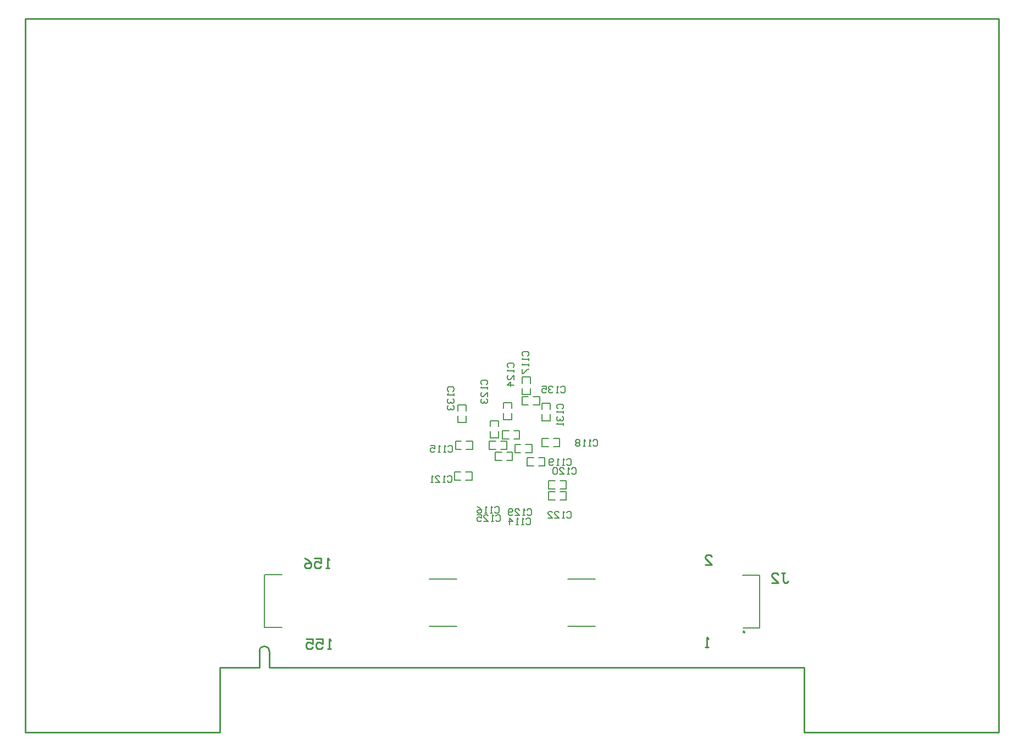
<source format=gbo>
%FSLAX23Y23*%
%MOIN*%
G70*
G01*
G75*
G04 Layer_Color=7709086*
%ADD10C,0.040*%
%ADD11R,0.037X0.035*%
%ADD12R,0.037X0.035*%
%ADD13R,0.075X0.020*%
%ADD14R,0.020X0.075*%
%ADD15R,0.330X0.370*%
%ADD16R,0.040X0.160*%
%ADD17R,0.090X0.012*%
%ADD18R,0.012X0.090*%
%ADD19R,0.031X0.060*%
%ADD20R,0.014X0.060*%
%ADD21R,0.030X0.100*%
%ADD22O,0.080X0.024*%
%ADD23O,0.024X0.080*%
%ADD24R,0.070X0.078*%
%ADD25R,0.063X0.063*%
%ADD26R,0.035X0.037*%
%ADD27R,0.035X0.037*%
%ADD28R,0.015X0.100*%
%ADD29O,0.015X0.100*%
%ADD30R,0.098X0.051*%
%ADD31R,0.100X0.052*%
%ADD32R,0.128X0.128*%
%ADD33R,0.020X0.012*%
%ADD34R,0.012X0.020*%
%ADD35R,0.030X0.030*%
%ADD36R,0.085X0.071*%
%ADD37R,0.071X0.085*%
%ADD38R,0.030X0.030*%
%ADD39R,0.125X0.060*%
%ADD40R,0.030X0.037*%
%ADD41R,0.060X0.050*%
%ADD42R,0.037X0.030*%
%ADD43R,0.050X0.060*%
%ADD44R,0.100X0.095*%
%ADD45R,0.060X0.060*%
%ADD46R,0.060X0.125*%
%ADD47R,0.028X0.017*%
%ADD48R,0.095X0.100*%
%ADD49R,0.063X0.063*%
%ADD50R,0.060X0.060*%
%ADD51O,0.071X0.012*%
%ADD52O,0.012X0.071*%
%ADD53R,0.100X0.280*%
%ADD54R,0.045X0.014*%
%ADD55R,0.057X0.022*%
%ADD56R,0.057X0.022*%
%ADD57R,0.022X0.057*%
%ADD58R,0.022X0.057*%
%ADD59C,0.019*%
%ADD60R,1.170X0.780*%
%ADD61C,0.020*%
%ADD62C,0.008*%
%ADD63C,0.006*%
%ADD64C,0.010*%
%ADD65C,0.015*%
%ADD66C,0.010*%
%ADD67C,0.050*%
%ADD68C,0.062*%
%ADD69R,0.062X0.062*%
%ADD70C,0.128*%
%ADD71C,0.236*%
%ADD72C,0.020*%
%ADD73C,0.025*%
%ADD74C,0.040*%
G04:AMPARAMS|DCode=75|XSize=85mil|YSize=85mil|CornerRadius=0mil|HoleSize=0mil|Usage=FLASHONLY|Rotation=0.000|XOffset=0mil|YOffset=0mil|HoleType=Round|Shape=Relief|Width=10mil|Gap=10mil|Entries=4|*
%AMTHD75*
7,0,0,0.085,0.065,0.010,45*
%
%ADD75THD75*%
%ADD76C,0.082*%
%ADD77C,0.132*%
G04:AMPARAMS|DCode=78|XSize=102mil|YSize=102mil|CornerRadius=0mil|HoleSize=0mil|Usage=FLASHONLY|Rotation=0.000|XOffset=0mil|YOffset=0mil|HoleType=Round|Shape=Relief|Width=10mil|Gap=10mil|Entries=4|*
%AMTHD78*
7,0,0,0.102,0.082,0.010,45*
%
%ADD78THD78*%
%ADD79C,0.065*%
G04:AMPARAMS|DCode=80|XSize=178mil|YSize=178mil|CornerRadius=0mil|HoleSize=0mil|Usage=FLASHONLY|Rotation=0.000|XOffset=0mil|YOffset=0mil|HoleType=Round|Shape=Relief|Width=10mil|Gap=10mil|Entries=4|*
%AMTHD80*
7,0,0,0.178,0.158,0.010,45*
%
%ADD80THD80*%
G04:AMPARAMS|DCode=81|XSize=96mil|YSize=96mil|CornerRadius=0mil|HoleSize=0mil|Usage=FLASHONLY|Rotation=0.000|XOffset=0mil|YOffset=0mil|HoleType=Round|Shape=Relief|Width=10mil|Gap=10mil|Entries=4|*
%AMTHD81*
7,0,0,0.096,0.076,0.010,45*
%
%ADD81THD81*%
%ADD82C,0.030*%
%ADD83C,0.035*%
%ADD84C,0.158*%
%ADD85C,0.076*%
%ADD86R,0.016X0.085*%
%ADD87R,0.707X0.020*%
%ADD88C,0.009*%
%ADD89C,0.010*%
%ADD90C,0.012*%
%ADD91C,0.024*%
%ADD92C,0.004*%
%ADD93C,0.008*%
%ADD94C,0.005*%
%ADD95R,0.350X0.200*%
D62*
X2820Y1785D02*
X2870D01*
X2820Y1890D02*
X2870D01*
X2820Y1785D02*
Y1825D01*
X2870Y1785D02*
Y1825D01*
Y1855D02*
Y1890D01*
X2820Y1855D02*
Y1890D01*
X2850Y1650D02*
Y1700D01*
X2955Y1650D02*
Y1700D01*
X2850D02*
X2890D01*
X2850Y1650D02*
X2890D01*
X2920D02*
X2955D01*
X2920Y1700D02*
X2955D01*
X3075Y1695D02*
Y1745D01*
X2970Y1695D02*
Y1745D01*
X3035Y1695D02*
X3075D01*
X3035Y1745D02*
X3075D01*
X2970D02*
X3005D01*
X2970Y1695D02*
X3005D01*
X2893Y1780D02*
Y1830D01*
X2998Y1780D02*
Y1830D01*
X2893D02*
X2933D01*
X2893Y1780D02*
X2933D01*
X2963D02*
X2998D01*
X2963Y1830D02*
X2998D01*
X2815Y1715D02*
Y1765D01*
X2920Y1715D02*
Y1765D01*
X2815D02*
X2855D01*
X2815Y1715D02*
X2855D01*
X2885D02*
X2920D01*
X2885Y1765D02*
X2920D01*
X2710Y1530D02*
Y1580D01*
X2605Y1530D02*
Y1580D01*
X2670Y1530D02*
X2710D01*
X2670Y1580D02*
X2710D01*
X2605D02*
X2640D01*
X2605Y1530D02*
X2640D01*
X3175Y1475D02*
Y1525D01*
X3280Y1475D02*
Y1525D01*
X3175D02*
X3215D01*
X3175Y1475D02*
X3215D01*
X3245D02*
X3280D01*
X3245Y1525D02*
X3280D01*
X3045Y1615D02*
Y1665D01*
X3150Y1615D02*
Y1665D01*
X3045D02*
X3085D01*
X3045Y1615D02*
X3085D01*
X3115D02*
X3150D01*
X3115Y1665D02*
X3150D01*
X3135Y1890D02*
X3185D01*
X3135Y1995D02*
X3185D01*
X3135Y1890D02*
Y1930D01*
X3185Y1890D02*
Y1930D01*
Y1960D02*
Y1995D01*
X3135Y1960D02*
Y1995D01*
X2625Y1880D02*
X2675D01*
X2625Y1985D02*
X2675D01*
X2625Y1880D02*
Y1920D01*
X2675Y1880D02*
Y1920D01*
Y1950D02*
Y1985D01*
X2625Y1950D02*
Y1985D01*
X2900Y1895D02*
X2950D01*
X2900Y2000D02*
X2950D01*
X2900Y1895D02*
Y1935D01*
X2950Y1895D02*
Y1935D01*
Y1965D02*
Y2000D01*
X2900Y1965D02*
Y2000D01*
X2715Y1715D02*
Y1765D01*
X2610Y1715D02*
Y1765D01*
X2675Y1715D02*
X2715D01*
X2675Y1765D02*
X2715D01*
X2610D02*
X2645D01*
X2610Y1715D02*
X2645D01*
X3135Y1734D02*
Y1784D01*
X3240Y1734D02*
Y1784D01*
X3135D02*
X3175D01*
X3135Y1734D02*
X3175D01*
X3205D02*
X3240D01*
X3205Y1784D02*
X3240D01*
X3120Y1985D02*
Y2035D01*
X3015Y1985D02*
Y2035D01*
X3080Y1985D02*
X3120D01*
X3080Y2035D02*
X3120D01*
X3015D02*
X3050D01*
X3015Y1985D02*
X3050D01*
X3015Y2155D02*
X3065D01*
X3015Y2050D02*
X3065D01*
Y2115D02*
Y2155D01*
X3015Y2115D02*
Y2155D01*
Y2050D02*
Y2085D01*
X3065Y2050D02*
Y2085D01*
X3175Y1410D02*
Y1460D01*
X3280Y1410D02*
Y1460D01*
X3175D02*
X3215D01*
X3175Y1410D02*
X3215D01*
X3245D02*
X3280D01*
X3245Y1460D02*
X3280D01*
D64*
X4586Y965D02*
X4606D01*
X4596D01*
Y916D01*
X4606Y906D01*
X4616D01*
X4626Y916D01*
X4526Y906D02*
X4566D01*
X4526Y945D01*
Y955D01*
X4536Y965D01*
X4556D01*
X4566Y955D01*
X4123Y1017D02*
X4163D01*
X4123Y1057D01*
Y1067D01*
X4133Y1077D01*
X4153D01*
X4163Y1067D01*
X4143Y517D02*
X4123D01*
X4133D01*
Y577D01*
X4143Y567D01*
X1843Y997D02*
X1823D01*
X1833D01*
Y1057D01*
X1843Y1047D01*
X1753Y1057D02*
X1793D01*
Y1027D01*
X1773Y1037D01*
X1763D01*
X1753Y1027D01*
Y1007D01*
X1763Y997D01*
X1783D01*
X1793Y1007D01*
X1693Y1057D02*
X1713Y1047D01*
X1733Y1027D01*
Y1007D01*
X1723Y997D01*
X1703D01*
X1693Y1007D01*
Y1017D01*
X1703Y1027D01*
X1733D01*
X1853Y507D02*
X1833D01*
X1843D01*
Y567D01*
X1853Y557D01*
X1763Y567D02*
X1803D01*
Y537D01*
X1783Y547D01*
X1773D01*
X1763Y537D01*
Y517D01*
X1773Y507D01*
X1793D01*
X1803Y517D01*
X1703Y567D02*
X1743D01*
Y537D01*
X1723Y547D01*
X1713D01*
X1703Y537D01*
Y517D01*
X1713Y507D01*
X1733D01*
X1743Y517D01*
X1480Y492D02*
G03*
X1420Y492I-30J0D01*
G01*
X5905Y0D02*
Y4330D01*
X0D02*
X5905D01*
X1420Y394D02*
Y492D01*
X1480Y395D02*
Y492D01*
Y394D02*
X4117D01*
X4725D01*
X1180D02*
X1420D01*
X4725Y0D02*
X5905D01*
X4725D02*
Y394D01*
X0Y0D02*
Y4330D01*
Y0D02*
X1180D01*
Y394D01*
D89*
X4364Y609D02*
G03*
X4364Y609I-5J0D01*
G01*
D93*
X4454Y872D02*
Y952D01*
Y633D02*
Y713D01*
Y872D01*
X1451Y638D02*
Y957D01*
X4352Y952D02*
X4454D01*
X4353Y632D02*
X4455D01*
X2449Y931D02*
X2616D01*
X2449Y644D02*
X2618D01*
X1454Y955D02*
X1556D01*
X1455Y636D02*
X1557D01*
X3289Y931D02*
X3457D01*
X3289Y644D02*
X3457D01*
D94*
X3283Y1333D02*
X3290Y1340D01*
X3303D01*
X3310Y1333D01*
Y1307D01*
X3303Y1300D01*
X3290D01*
X3283Y1307D01*
X3270Y1300D02*
X3257D01*
X3263D01*
Y1340D01*
X3270Y1333D01*
X3210Y1300D02*
X3237D01*
X3210Y1327D01*
Y1333D01*
X3217Y1340D01*
X3230D01*
X3237Y1333D01*
X3170Y1300D02*
X3197D01*
X3170Y1327D01*
Y1333D01*
X3177Y1340D01*
X3190D01*
X3197Y1333D01*
X2770Y2111D02*
X2763Y2117D01*
Y2131D01*
X2770Y2137D01*
X2796D01*
X2803Y2131D01*
Y2117D01*
X2796Y2111D01*
X2803Y2097D02*
Y2084D01*
Y2091D01*
X2763D01*
X2770Y2097D01*
X2803Y2037D02*
Y2064D01*
X2776Y2037D01*
X2770D01*
X2763Y2044D01*
Y2057D01*
X2770Y2064D01*
Y2024D02*
X2763Y2017D01*
Y2004D01*
X2770Y1997D01*
X2776D01*
X2783Y2004D01*
Y2011D01*
Y2004D01*
X2790Y1997D01*
X2796D01*
X2803Y2004D01*
Y2017D01*
X2796Y2024D01*
X2932Y2213D02*
X2925Y2220D01*
Y2233D01*
X2932Y2240D01*
X2959D01*
X2965Y2233D01*
Y2220D01*
X2959Y2213D01*
X2965Y2200D02*
Y2187D01*
Y2193D01*
X2925D01*
X2932Y2200D01*
X2965Y2140D02*
Y2167D01*
X2939Y2140D01*
X2932D01*
X2925Y2147D01*
Y2160D01*
X2932Y2167D01*
X2965Y2107D02*
X2925D01*
X2945Y2127D01*
Y2100D01*
X2853Y1313D02*
X2860Y1320D01*
X2873D01*
X2880Y1313D01*
Y1287D01*
X2873Y1280D01*
X2860D01*
X2853Y1287D01*
X2840Y1280D02*
X2827D01*
X2833D01*
Y1320D01*
X2840Y1313D01*
X2780Y1280D02*
X2807D01*
X2780Y1307D01*
Y1313D01*
X2787Y1320D01*
X2800D01*
X2807Y1313D01*
X2740Y1320D02*
X2767D01*
Y1300D01*
X2753Y1307D01*
X2747D01*
X2740Y1300D01*
Y1287D01*
X2747Y1280D01*
X2760D01*
X2767Y1287D01*
X3038Y1293D02*
X3045Y1300D01*
X3058D01*
X3065Y1293D01*
Y1267D01*
X3058Y1260D01*
X3045D01*
X3038Y1267D01*
X3025Y1260D02*
X3012D01*
X3018D01*
Y1300D01*
X3025Y1293D01*
X2992Y1260D02*
X2978D01*
X2985D01*
Y1300D01*
X2992Y1293D01*
X2938Y1260D02*
Y1300D01*
X2958Y1280D01*
X2932D01*
X2563Y1733D02*
X2570Y1740D01*
X2583D01*
X2590Y1733D01*
Y1707D01*
X2583Y1700D01*
X2570D01*
X2563Y1707D01*
X2550Y1700D02*
X2537D01*
X2543D01*
Y1740D01*
X2550Y1733D01*
X2517Y1700D02*
X2503D01*
X2510D01*
Y1740D01*
X2517Y1733D01*
X2457Y1740D02*
X2483D01*
Y1720D01*
X2470Y1727D01*
X2463D01*
X2457Y1720D01*
Y1707D01*
X2463Y1700D01*
X2477D01*
X2483Y1707D01*
X2848Y1363D02*
X2855Y1370D01*
X2868D01*
X2875Y1363D01*
Y1337D01*
X2868Y1330D01*
X2855D01*
X2848Y1337D01*
X2835Y1330D02*
X2822D01*
X2828D01*
Y1370D01*
X2835Y1363D01*
X2802Y1330D02*
X2788D01*
X2795D01*
Y1370D01*
X2802Y1363D01*
X2742Y1370D02*
X2755Y1363D01*
X2768Y1350D01*
Y1337D01*
X2762Y1330D01*
X2748D01*
X2742Y1337D01*
Y1343D01*
X2748Y1350D01*
X2768D01*
X3022Y2283D02*
X3015Y2290D01*
Y2303D01*
X3022Y2310D01*
X3048D01*
X3055Y2303D01*
Y2290D01*
X3048Y2283D01*
X3055Y2270D02*
Y2257D01*
Y2263D01*
X3015D01*
X3022Y2270D01*
X3055Y2237D02*
Y2223D01*
Y2230D01*
X3015D01*
X3022Y2237D01*
X3015Y2203D02*
Y2177D01*
X3022D01*
X3048Y2203D01*
X3055D01*
X3443Y1768D02*
X3450Y1775D01*
X3463D01*
X3470Y1768D01*
Y1742D01*
X3463Y1735D01*
X3450D01*
X3443Y1742D01*
X3430Y1735D02*
X3417D01*
X3423D01*
Y1775D01*
X3430Y1768D01*
X3397Y1735D02*
X3383D01*
X3390D01*
Y1775D01*
X3397Y1768D01*
X3363D02*
X3357Y1775D01*
X3343D01*
X3337Y1768D01*
Y1762D01*
X3343Y1755D01*
X3337Y1748D01*
Y1742D01*
X3343Y1735D01*
X3357D01*
X3363Y1742D01*
Y1748D01*
X3357Y1755D01*
X3363Y1762D01*
Y1768D01*
X3357Y1755D02*
X3343D01*
X3283Y1653D02*
X3290Y1660D01*
X3303D01*
X3310Y1653D01*
Y1627D01*
X3303Y1620D01*
X3290D01*
X3283Y1627D01*
X3270Y1620D02*
X3257D01*
X3263D01*
Y1660D01*
X3270Y1653D01*
X3237Y1620D02*
X3223D01*
X3230D01*
Y1660D01*
X3237Y1653D01*
X3203Y1627D02*
X3197Y1620D01*
X3183D01*
X3177Y1627D01*
Y1653D01*
X3183Y1660D01*
X3197D01*
X3203Y1653D01*
Y1647D01*
X3197Y1640D01*
X3177D01*
X3313Y1598D02*
X3320Y1605D01*
X3333D01*
X3340Y1598D01*
Y1572D01*
X3333Y1565D01*
X3320D01*
X3313Y1572D01*
X3300Y1565D02*
X3287D01*
X3293D01*
Y1605D01*
X3300Y1598D01*
X3240Y1565D02*
X3267D01*
X3240Y1592D01*
Y1598D01*
X3247Y1605D01*
X3260D01*
X3267Y1598D01*
X3227D02*
X3220Y1605D01*
X3207D01*
X3200Y1598D01*
Y1572D01*
X3207Y1565D01*
X3220D01*
X3227Y1572D01*
Y1598D01*
X2559Y1551D02*
X2566Y1558D01*
X2579D01*
X2586Y1551D01*
Y1525D01*
X2579Y1518D01*
X2566D01*
X2559Y1525D01*
X2546Y1518D02*
X2533D01*
X2539D01*
Y1558D01*
X2546Y1551D01*
X2486Y1518D02*
X2513D01*
X2486Y1545D01*
Y1551D01*
X2493Y1558D01*
X2506D01*
X2513Y1551D01*
X2473Y1518D02*
X2459D01*
X2466D01*
Y1558D01*
X2473Y1551D01*
X3043Y1348D02*
X3050Y1355D01*
X3063D01*
X3070Y1348D01*
Y1322D01*
X3063Y1315D01*
X3050D01*
X3043Y1322D01*
X3030Y1315D02*
X3017D01*
X3023D01*
Y1355D01*
X3030Y1348D01*
X2970Y1315D02*
X2997D01*
X2970Y1342D01*
Y1348D01*
X2977Y1355D01*
X2990D01*
X2997Y1348D01*
X2957Y1322D02*
X2950Y1315D01*
X2937D01*
X2930Y1322D01*
Y1348D01*
X2937Y1355D01*
X2950D01*
X2957Y1348D01*
Y1342D01*
X2950Y1335D01*
X2930D01*
X3232Y1963D02*
X3225Y1970D01*
Y1983D01*
X3232Y1990D01*
X3258D01*
X3265Y1983D01*
Y1970D01*
X3258Y1963D01*
X3265Y1950D02*
Y1937D01*
Y1943D01*
X3225D01*
X3232Y1950D01*
Y1917D02*
X3225Y1910D01*
Y1897D01*
X3232Y1890D01*
X3238D01*
X3245Y1897D01*
Y1903D01*
Y1897D01*
X3252Y1890D01*
X3258D01*
X3265Y1897D01*
Y1910D01*
X3258Y1917D01*
X3265Y1877D02*
Y1863D01*
Y1870D01*
X3225D01*
X3232Y1877D01*
X2567Y2068D02*
X2560Y2075D01*
Y2088D01*
X2567Y2095D01*
X2593D01*
X2600Y2088D01*
Y2075D01*
X2593Y2068D01*
X2600Y2055D02*
Y2042D01*
Y2048D01*
X2560D01*
X2567Y2055D01*
Y2022D02*
X2560Y2015D01*
Y2002D01*
X2567Y1995D01*
X2573D01*
X2580Y2002D01*
Y2008D01*
Y2002D01*
X2587Y1995D01*
X2593D01*
X2600Y2002D01*
Y2015D01*
X2593Y2022D01*
X2567Y1982D02*
X2560Y1975D01*
Y1962D01*
X2567Y1955D01*
X2573D01*
X2580Y1962D01*
Y1968D01*
Y1962D01*
X2587Y1955D01*
X2593D01*
X2600Y1962D01*
Y1975D01*
X2593Y1982D01*
X3248Y2093D02*
X3255Y2100D01*
X3268D01*
X3275Y2093D01*
Y2067D01*
X3268Y2060D01*
X3255D01*
X3248Y2067D01*
X3235Y2060D02*
X3222D01*
X3228D01*
Y2100D01*
X3235Y2093D01*
X3202D02*
X3195Y2100D01*
X3182D01*
X3175Y2093D01*
Y2087D01*
X3182Y2080D01*
X3188D01*
X3182D01*
X3175Y2073D01*
Y2067D01*
X3182Y2060D01*
X3195D01*
X3202Y2067D01*
X3135Y2100D02*
X3162D01*
Y2080D01*
X3148Y2087D01*
X3142D01*
X3135Y2080D01*
Y2067D01*
X3142Y2060D01*
X3155D01*
X3162Y2067D01*
M02*

</source>
